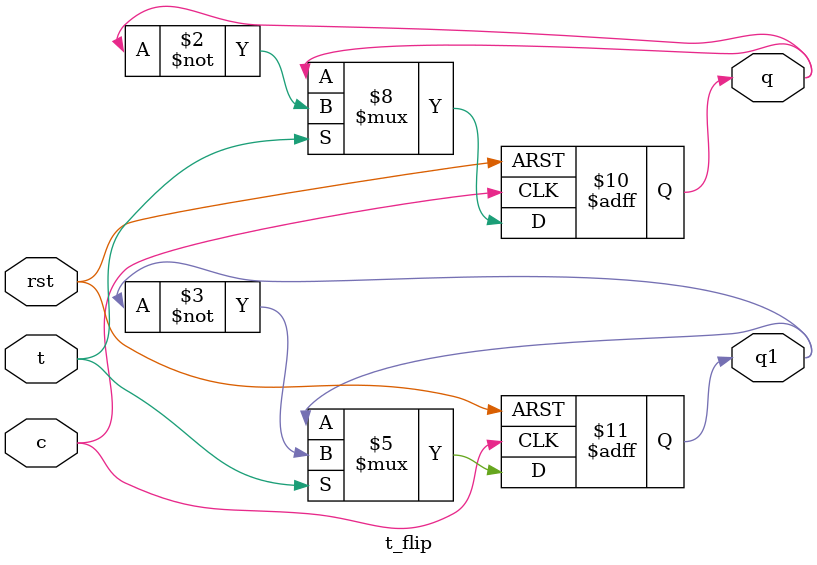
<source format=v>
`timescale 1ns / 1ps


module t_flip(q,q1,t,c,rst);
output q,q1;
input t,c,rst;
reg q,q1;
always @(posedge c or posedge rst)
begin
if (rst) begin
q<=0;
q1<=1; end
else if (t) begin
q<=~q;
q1<=~q1; end
else begin
q<=q;
q1<=q1; end
end
endmodule

</source>
